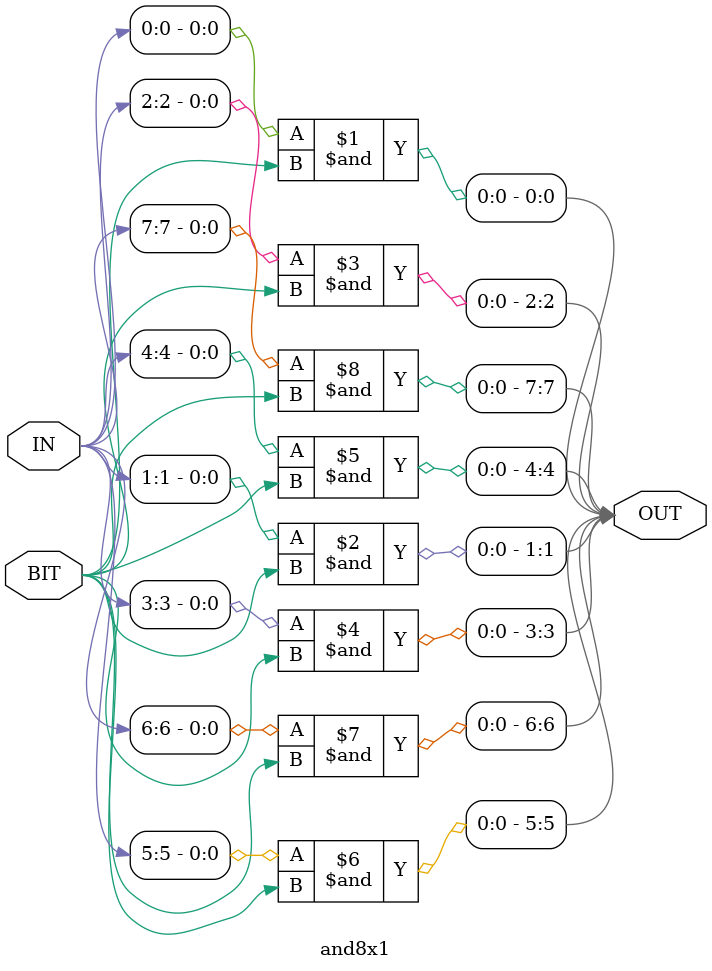
<source format=v>

/*                                          ALU FUNCTIONAL UNITS MODULES                                    */



// ********************** FORWARD FUNCTIONAL UNIT *************************
module FORWARD_8bit (IN, OUT);

    // Input output port declaration
    input [7:0] IN;
    output [7:0] OUT;
                  
    assign #1  OUT = IN;           // delay 1 simulation time unit    

endmodule
// ************************************************************************



// ************************ ADDER FUNCTIONAL UNIT *************************
module ADDER_8bit (IN1, IN2, OUT);    

    // Input output port declaration
    input [7:0] IN1, IN2;
    output [7:0] OUT;

    assign #2 OUT = IN1 + IN2;            // delay 2 simulation time units

endmodule
// ************************************************************************



// *************************** AND FUNCTIONAL UNIT ************************
module AND_8bit (IN1, IN2, OUT);

    // Input output port declaration 
    input [7:0] IN1, IN2;
    output [7:0] OUT;

    assign #1 OUT = IN1 & IN2;        // delay 1 simulation time unit

endmodule
// ************************************************************************



// ************************* OR FUNCTIONAL UNIT ***************************
module OR_8bit (IN1, IN2, OUT);

    // Input output port declaration 
    input [7:0] IN1, IN2;
    output [7:0] OUT;
       
    assign #1 OUT = IN1 | IN2;        // delay 1 simulation time unit

endmodule
// ************************************************************************



// ************************* MULT FUNCTIONAL UNIT *************************
module MULTIPLIER_8bit (IN1, IN2, OUT);    

    // Input output port declaration
    input [7:0] IN1, IN2;
    output [7:0] OUT;

    // Temp wires
    wire [7:0] w0, w1, w2, w3, w4, w5, w6, w7;

    and8x1 m0 (w0,              IN1, IN2[0]);
    and8x1 m1 (w1, {IN1[6:0], 1'b0}, IN2[1]);
    and8x1 m2 (w2, {IN1[5:0], 2'b0}, IN2[2]);
    and8x1 m3 (w3, {IN1[4:0], 3'b0}, IN2[3]);
    and8x1 m4 (w4, {IN1[3:0], 4'b0}, IN2[4]);
    and8x1 m5 (w5, {IN1[2:0], 5'b0}, IN2[5]);
    and8x1 m6 (w6, {IN1[1:0], 6'b0}, IN2[6]);
    and8x1 m7 (w7, {IN1[0]  , 7'b0}, IN2[7]);

    assign #3 OUT = w0 + w1 + w2 + w3 + w4 + w5 + w6 + w7;    

endmodule
// ************************************************************************



// ************************ LEFT SHIFT FUNCTIONAL UNIT ********************
module SHIFT_LEFT_8bit (IN, SHIFT, OUT);

  // Input output port declaration
  input [7:0] IN, SHIFT;
  output [7:0] OUT;
  
  // Internal wires
  wire [7:0] out1, out2, out3, out4;

  /* SIGN BIT CONVENTION -----------------
    SHIFT[7:6]=00 => logical left shift
    SHIFT[7:6]=01 => arithmetic left shift
    SHIFT[7:6]=10 => rotate right
  */

  // SHIFT[0] => (0,1)
  wire lsb0;
  muxLSB lsb0_mux(lsb0, IN[7], IN[0], 1'b0, SHIFT[7:6]);
  mux m1_0 (out1[0],  lsb0, IN[0], SHIFT[0]);
  mux m1_1 (out1[1], IN[0], IN[1], SHIFT[0]);
  mux m1_2 (out1[2], IN[1], IN[2], SHIFT[0]);
  mux m1_3 (out1[3], IN[2], IN[3], SHIFT[0]);
  mux m1_4 (out1[4], IN[3], IN[4], SHIFT[0]);
  mux m1_5 (out1[5], IN[4], IN[5], SHIFT[0]);
  mux m1_6 (out1[6], IN[5], IN[6], SHIFT[0]);
  mux m1_7 (out1[7], IN[6], IN[7], SHIFT[0]);

  // SHIFT[1] => (2,3)
  wire lsb1_0, lsb1_1;
  muxLSB lsb1_0_mux(lsb1_0, out1[6], IN[0], 1'b0, SHIFT[7:6]);
  muxLSB lsb1_1_mux(lsb1_1, out1[7], IN[0], 1'b0, SHIFT[7:6]);
  mux m2_0 (out2[0],  lsb1_0, out1[0], SHIFT[1]);
  mux m2_1 (out2[1],  lsb1_1, out1[1], SHIFT[1]);
  mux m2_2 (out2[2], out1[0], out1[2], SHIFT[1]);
  mux m2_3 (out2[3], out1[1], out1[3], SHIFT[1]);
  mux m2_4 (out2[4], out1[2], out1[4], SHIFT[1]);
  mux m2_5 (out2[5], out1[3], out1[5], SHIFT[1]);
  mux m2_6 (out2[6], out1[4], out1[6], SHIFT[1]);
  mux m2_7 (out2[7], out1[5], out1[7], SHIFT[1]);

  // SHIFT[2] => (4,5,6,7)
  wire lsb2_3, lsb2_2, lsb2_1, lsb2_0;
  muxLSB lsb2_0_mux(lsb2_0, out2[4], IN[0], 1'b0, SHIFT[7:6]);
  muxLSB lsb2_1_mux(lsb2_1, out2[5], IN[0], 1'b0, SHIFT[7:6]);
  muxLSB lsb2_2_mux(lsb2_2, out2[6], IN[0], 1'b0, SHIFT[7:6]);
  muxLSB lsb2_3_mux(lsb2_3, out2[7], IN[0], 1'b0, SHIFT[7:6]);
  mux m3_0 (out3[0],  lsb2_0, out2[0], SHIFT[2]);
  mux m3_1 (out3[1],  lsb2_1, out2[1], SHIFT[2]);
  mux m3_2 (out3[2],  lsb2_2, out2[2], SHIFT[2]);
  mux m3_3 (out3[3],  lsb2_3, out2[3], SHIFT[2]);
  mux m3_4 (out3[4], out2[0], out2[4], SHIFT[2]);
  mux m3_5 (out3[5], out2[1], out2[5], SHIFT[2]);
  mux m3_6 (out3[6], out2[2], out2[6], SHIFT[2]);
  mux m3_7 (out3[7], out2[3], out2[7], SHIFT[2]);

  // SHIFT[3] => (8)
  wire lsb3_7, lsb3_6, lsb3_5, lsb3_4, lsb3_3, lsb3_2, lsb3_1, lsb3_0;
  muxLSB lsb3_0_mux(lsb3_0, out3[0], IN[0], 1'b0, SHIFT[7:6]);
  muxLSB lsb3_1_mux(lsb3_1, out3[1], IN[0], 1'b0, SHIFT[7:6]);
  muxLSB lsb3_2_mux(lsb3_2, out3[2], IN[0], 1'b0, SHIFT[7:6]);
  muxLSB lsb3_3_mux(lsb3_3, out3[3], IN[0], 1'b0, SHIFT[7:6]);
  muxLSB lsb3_4_mux(lsb3_4, out3[4], IN[0], 1'b0, SHIFT[7:6]);
  muxLSB lsb3_5_mux(lsb3_5, out3[5], IN[0], 1'b0, SHIFT[7:6]);
  muxLSB lsb3_6_mux(lsb3_6, out3[6], IN[0], 1'b0, SHIFT[7:6]);
  muxLSB lsb3_7_mux(lsb3_7, out3[7], IN[0], 1'b0, SHIFT[7:6]);
  mux m4_0 (out4[0], lsb3_0, out3[0], SHIFT[3]);
  mux m4_1 (out4[1], lsb3_1, out3[1], SHIFT[3]);
  mux m4_2 (out4[2], lsb3_2, out3[2], SHIFT[3]);
  mux m4_3 (out4[3], lsb3_3, out3[3], SHIFT[3]);
  mux m4_4 (out4[4], lsb3_4, out3[4], SHIFT[3]);
  mux m4_5 (out4[5], lsb3_5, out3[5], SHIFT[3]);
  mux m4_6 (out4[6], lsb3_6, out3[6], SHIFT[3]);
  mux m4_7 (out4[7], lsb3_7, out3[7], SHIFT[3]);

  assign #3 OUT = out4;


endmodule
// ************************************************************************



// *********************** RIGHT SHIFT FUNCTINAL UNIT *********************
module SHIFT_RIGHT_8bit (IN, SHIFT, OUT);

  // Input output port declaration
  input [7:0] IN, SHIFT;
  output [7:0] OUT;

  /* SIGN BIT CONVENTION ---------------
    SHIFT[7]=0 => logical right shift
    SHIFT[7]=1 => arithmetic right shift
  */

  // Internal wires
  wire [7:0] out1, out2, out3, out4;

  // MSB
  wire msb;
  mux msb_mux(msb, IN[7], 1'b0, SHIFT[7]);

  // SHIFT[0] => (0,1)
  mux m1_0 (out1[0], IN[1], IN[0], SHIFT[0]);
  mux m1_1 (out1[1], IN[2], IN[1], SHIFT[0]);
  mux m1_2 (out1[2], IN[3], IN[2], SHIFT[0]);
  mux m1_3 (out1[3], IN[4], IN[3], SHIFT[0]);
  mux m1_4 (out1[4], IN[5], IN[4], SHIFT[0]);
  mux m1_5 (out1[5], IN[6], IN[5], SHIFT[0]);
  mux m1_6 (out1[6], IN[7], IN[6], SHIFT[0]);
  mux m1_7 (out1[7],   msb, IN[7], SHIFT[0]);

  // SHIFT[1] => (2,3)
  mux m2_0 (out2[0], out1[2], out1[0], SHIFT[1]);
  mux m2_1 (out2[1], out1[3], out1[1], SHIFT[1]);
  mux m2_2 (out2[2], out1[4], out1[2], SHIFT[1]);
  mux m2_3 (out2[3], out1[5], out1[3], SHIFT[1]);
  mux m2_4 (out2[4], out1[6], out1[4], SHIFT[1]);
  mux m2_5 (out2[5], out1[7], out1[5], SHIFT[1]);
  mux m2_6 (out2[6],     msb, out1[6], SHIFT[1]);
  mux m2_7 (out2[7],     msb, out1[7], SHIFT[1]);

  // SHIFT[2] => (4,5,6,7)
  mux m3_0 (out3[0], out2[4], out2[0], SHIFT[2]);
  mux m3_1 (out3[1], out2[5], out2[1], SHIFT[2]);
  mux m3_2 (out3[2], out2[6], out2[2], SHIFT[2]);
  mux m3_3 (out3[3], out2[7], out2[3], SHIFT[2]);
  mux m3_4 (out3[4],     msb, out2[4], SHIFT[2]);
  mux m3_5 (out3[5],     msb, out2[5], SHIFT[2]);
  mux m3_6 (out3[6],     msb, out2[6], SHIFT[2]);
  mux m3_7 (out3[7],     msb, out2[7], SHIFT[2]);

  // SHIFT[3] => (8)
  mux m4_0 (out4[0], msb, out3[0], SHIFT[3]);
  mux m4_1 (out4[1], msb, out3[1], SHIFT[3]);
  mux m4_2 (out4[2], msb, out3[2], SHIFT[3]);
  mux m4_3 (out4[3], msb, out3[3], SHIFT[3]);
  mux m4_4 (out4[4], msb, out3[4], SHIFT[3]);
  mux m4_5 (out4[5], msb, out3[5], SHIFT[3]);
  mux m4_6 (out4[6], msb, out3[6], SHIFT[3]);
  mux m4_7 (out4[7], msb, out3[7], SHIFT[3]);

  assign #3 OUT = out4;


endmodule
// ************************************************************************




// *************************** mux ****************************************
module mux (OUT, IN1, IN0, SEL);

  // Input output port declaration
  input IN1, IN0;
  input SEL;
  output reg OUT;

  always @ (IN1, IN0, SEL) 
  begin

    case (SEL)
      1'b0:
        OUT = IN0;
      1'b1:
        OUT = IN1;
    endcase

  end

endmodule
// ************************************************************************


// *************************** muxLSB *************************************
module muxLSB (OUT, IN2, IN1, IN0, SEL);

  // Input output port declaration
  input IN2, IN1, IN0;
  input [1:0] SEL;
  output  reg OUT;

  always @ (IN2, IN1, IN0, SEL) 
  begin

    case (SEL)
      2'b00:
        OUT = IN0;
      2'b01:
        OUT = IN1;
      2'b10:
        OUT = IN2;
    endcase

  end

endmodule
// ************************************************************************


// ******************************* and8x1 *********************************
module and8x1 (OUT, IN, BIT);

  // Input output port declaration
  input [7:0] IN;
  input BIT;
  output [7:0] OUT;

  and and0(OUT[0], IN[0], BIT);
  and and1(OUT[1], IN[1], BIT);
  and and2(OUT[2], IN[2], BIT);
  and and3(OUT[3], IN[3], BIT);
  and and4(OUT[4], IN[4], BIT);
  and and5(OUT[5], IN[5], BIT);
  and and6(OUT[6], IN[6], BIT);
  and and7(OUT[7], IN[7], BIT);

endmodule
// ************************************************************************
</source>
